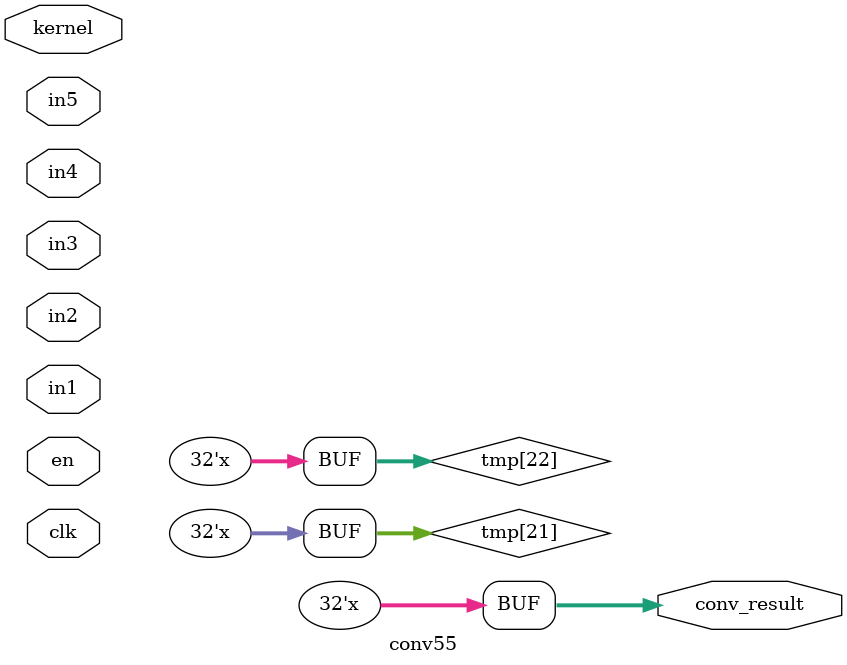
<source format=sv>
`timescale 1ns / 1ps

module conv55 #(parameter COL = 5, BIT_WIDTH = 8, IN_WIDTH = 8, OUT_WIDTH = 32) (
    input clk, en,
    input [0:(BIT_WIDTH*25)-1] kernel,
    input [IN_WIDTH-1:0] in1, in2, in3, in4, in5,
    output[OUT_WIDTH-1:0] conv_result
);
    
    reg [IN_WIDTH-1:0] m55[COL][COL];
    integer i;
    
    always @(posedge clk)
    begin
        if(en) begin
            for(i = COL-1 ; i > 0 ; i = i-1)
            begin
                m55[0][i] <= m55[0][i-1]; 
                m55[1][i] <= m55[1][i-1]; 
                m55[2][i] <= m55[2][i-1]; 
                m55[3][i] <= m55[3][i-1];   
                m55[4][i] <= m55[4][i-1];
            end
            
            m55[0][0] <= in1;
            m55[1][0] <= in2;
            m55[2][0] <= in3;
            m55[3][0] <= in4;
            m55[4][0] <= in5;
        end
    end 
   
    reg [OUT_WIDTH-1:0] mul[0:COL*COL-1], tmp[0:22];
    genvar x,y,k;
    
    generate
        for(x = 0; x < COL ; x = x+1) begin
            for(y = 0 ; y < COL; y = y+1)
            begin
                assign mul[COL*x+y] = m55[x][y] * kernel[((4-y)*8 + 40*x):((4-y)*8 + 40*x+7)];
                //assign mul[COL*x+y] = m55[x][y];
                //assign mul[COL*x+y] = kernel[((4-y)*8 + 40*x):((4-y)*8 + 40*x+7)];
            end
        end
        
        for(x = 0; x < 12; x = x+1) assign tmp[x] = mul[2*x] + mul[2*x+1];
        
        for(x = 12; x < 18; x = x+1) assign tmp[x] = tmp[2*(x-12)] + tmp[2*(x-12)+1];
        
        for(x = 18; x < 21; x = x+1) assign tmp[x] = tmp[2*(x-18)+12] + tmp[2*(x-18)+13];
        
        assign tmp[21] = tmp[18] + tmp[19];
        assign tmp[22] = tmp[20] + mul[24];
    endgenerate
  
    assign conv_result = tmp[21] + tmp[22];
endmodule

</source>
